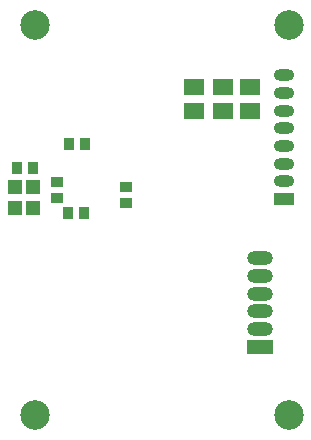
<source format=gbs>
G04 Layer_Color=16711935*
%FSLAX44Y44*%
%MOMM*%
G71*
G01*
G75*
%ADD42R,0.9532X1.0032*%
%ADD43R,1.0032X0.9532*%
%ADD51R,1.2032X1.1532*%
%ADD52R,1.8034X1.4732*%
%ADD54O,2.2032X1.2032*%
%ADD55R,2.2032X1.2032*%
%ADD56C,2.5032*%
%ADD57O,1.7032X1.0032*%
%ADD58R,1.7032X1.0032*%
D42*
X-65950Y5900D02*
D03*
X-79450D02*
D03*
X-65750Y64000D02*
D03*
X-79250D02*
D03*
X-109500Y44000D02*
D03*
X-123000D02*
D03*
D43*
X-89000Y31750D02*
D03*
Y18250D02*
D03*
X-31000Y27500D02*
D03*
Y14000D02*
D03*
D51*
X-125000Y10000D02*
D03*
X-109000D02*
D03*
X-109000Y28000D02*
D03*
X-125000D02*
D03*
D52*
X74040Y92350D02*
D03*
Y112670D02*
D03*
X51330Y112690D02*
D03*
Y92370D02*
D03*
X27250Y112360D02*
D03*
Y92040D02*
D03*
D54*
X82800Y-32600D02*
D03*
Y-47600D02*
D03*
Y-62600D02*
D03*
Y-77600D02*
D03*
Y-92600D02*
D03*
D55*
Y-107600D02*
D03*
D56*
X-107500Y165000D02*
D03*
X107500D02*
D03*
Y-165000D02*
D03*
X-107500D02*
D03*
D57*
X103000Y122500D02*
D03*
Y107500D02*
D03*
Y92500D02*
D03*
Y77500D02*
D03*
Y62500D02*
D03*
Y47500D02*
D03*
Y32500D02*
D03*
D58*
Y17500D02*
D03*
M02*

</source>
